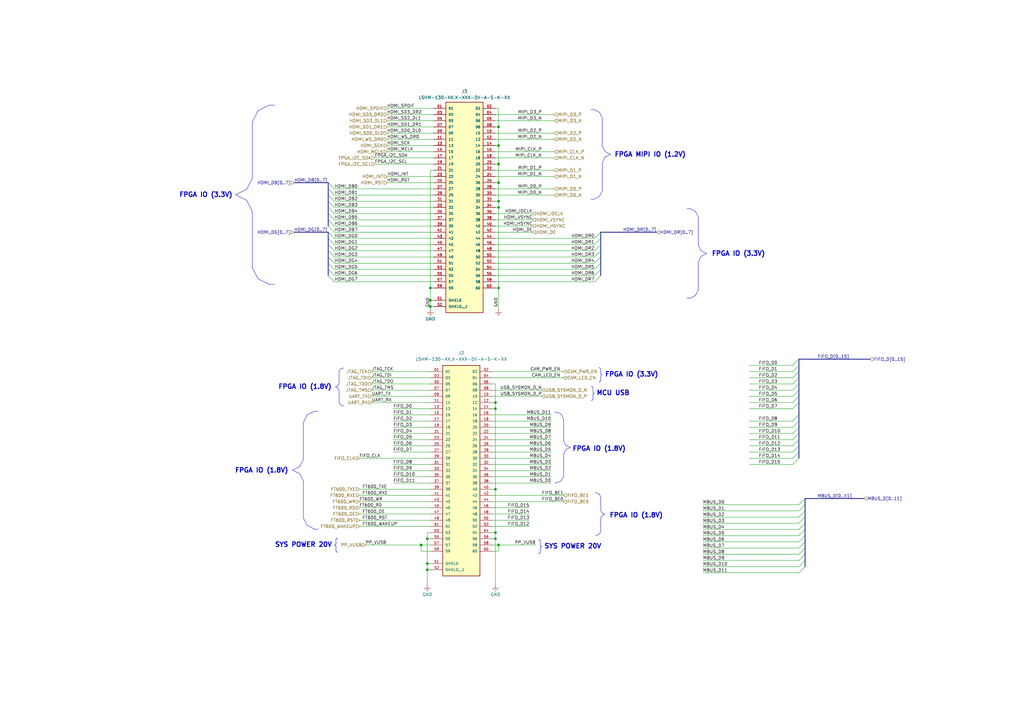
<source format=kicad_sch>
(kicad_sch (version 20250114) (generator "eeschema") (generator_version "9.0")
  (paper "A3")
  (title_block (title "Board to Board Connectors") (date "2025-02-18") (rev "3.0") (company "Drexel University") (comment 1 "Designed by John Hofmeyr"))
  (lib_symbols
    (symbol "IO_Module:LSHM-130-XX.X-XXX-DV-A-S-K-XX" (pin_names (offset 1.016))
      (property "Reference" "J" (at -7.62 43.942 0))
      (property "Value" "LSHM-130-XX.X-XXX-DV-A-S-K-XX" (at -7.62 -45.72 0))
      (symbol "LSHM-130-XX.X-XXX-DV-A-S-K-XX_0_0"
        (rectangle (start -7.62 -43.18) (end 7.62 43.18) (stroke (width 0.254)) (fill (type background)))
        (pin passive line (at -12.7 40.64 0) (length 5.08) (name "01") (number "01"))
        (pin passive line (at -12.7 38.1 0) (length 5.08) (name "03") (number "03"))
        (pin passive line (at -12.7 35.56 0) (length 5.08) (name "05") (number "05"))
        (pin passive line (at -12.7 33.02 0) (length 5.08) (name "07") (number "07"))
        (pin passive line (at -12.7 30.48 0) (length 5.08) (name "09") (number "09"))
        (pin passive line (at -12.7 27.94 0) (length 5.08) (name "11") (number "11"))
        (pin passive line (at -12.7 25.4 0) (length 5.08) (name "13") (number "13"))
        (pin passive line (at -12.7 22.86 0) (length 5.08) (name "15") (number "15"))
        (pin passive line (at -12.7 20.32 0) (length 5.08) (name "17") (number "17"))
        (pin passive line (at -12.7 17.78 0) (length 5.08) (name "19") (number "19"))
        (pin passive line (at -12.7 15.24 0) (length 5.08) (name "21") (number "21"))
        (pin passive line (at -12.7 12.7 0) (length 5.08) (name "23") (number "23"))
        (pin passive line (at -12.7 10.16 0) (length 5.08) (name "25") (number "25"))
        (pin passive line (at -12.7 7.62 0) (length 5.08) (name "27") (number "27"))
        (pin passive line (at -12.7 5.08 0) (length 5.08) (name "29") (number "29"))
        (pin passive line (at -12.7 2.54 0) (length 5.08) (name "31") (number "31"))
        (pin passive line (at -12.7 0 0) (length 5.08) (name "33") (number "33"))
        (pin passive line (at -12.7 -2.54 0) (length 5.08) (name "35") (number "35"))
        (pin passive line (at -12.7 -5.08 0) (length 5.08) (name "37") (number "37"))
        (pin passive line (at -12.7 -7.62 0) (length 5.08) (name "39") (number "39"))
        (pin passive line (at -12.7 -10.16 0) (length 5.08) (name "41") (number "41"))
        (pin passive line (at -12.7 -12.7 0) (length 5.08) (name "43") (number "43"))
        (pin passive line (at -12.7 -15.24 0) (length 5.08) (name "45") (number "45"))
        (pin passive line (at -12.7 -17.78 0) (length 5.08) (name "47") (number "47"))
        (pin passive line (at -12.7 -20.32 0) (length 5.08) (name "49") (number "49"))
        (pin passive line (at -12.7 -22.86 0) (length 5.08) (name "51") (number "51"))
        (pin passive line (at -12.7 -25.4 0) (length 5.08) (name "53") (number "53"))
        (pin passive line (at -12.7 -27.94 0) (length 5.08) (name "55") (number "55"))
        (pin passive line (at -12.7 -30.48 0) (length 5.08) (name "57") (number "57"))
        (pin passive line (at -12.7 -33.02 0) (length 5.08) (name "59") (number "59"))
        (pin passive line (at -12.7 -38.1 0) (length 5.08) (name "SHIELD") (number "S1"))
        (pin passive line (at -12.7 -40.64 0) (length 5.08) (name "SHIELD__1") (number "S2"))
        (pin passive line (at 12.7 40.64 180) (length 5.08) (name "02") (number "02"))
        (pin passive line (at 12.7 38.1 180) (length 5.08) (name "04") (number "04"))
        (pin passive line (at 12.7 35.56 180) (length 5.08) (name "06") (number "06"))
        (pin passive line (at 12.7 33.02 180) (length 5.08) (name "08") (number "08"))
        (pin passive line (at 12.7 30.48 180) (length 5.08) (name "10") (number "10"))
        (pin passive line (at 12.7 27.94 180) (length 5.08) (name "12") (number "12"))
        (pin passive line (at 12.7 25.4 180) (length 5.08) (name "14") (number "14"))
        (pin passive line (at 12.7 22.86 180) (length 5.08) (name "16") (number "16"))
        (pin passive line (at 12.7 20.32 180) (length 5.08) (name "18") (number "18"))
        (pin passive line (at 12.7 17.78 180) (length 5.08) (name "20") (number "20"))
        (pin passive line (at 12.7 15.24 180) (length 5.08) (name "22") (number "22"))
        (pin passive line (at 12.7 12.7 180) (length 5.08) (name "24") (number "24"))
        (pin passive line (at 12.7 10.16 180) (length 5.08) (name "26") (number "26"))
        (pin passive line (at 12.7 7.62 180) (length 5.08) (name "28") (number "28"))
        (pin passive line (at 12.7 5.08 180) (length 5.08) (name "30") (number "30"))
        (pin passive line (at 12.7 2.54 180) (length 5.08) (name "32") (number "32"))
        (pin passive line (at 12.7 0 180) (length 5.08) (name "34") (number "34"))
        (pin passive line (at 12.7 -2.54 180) (length 5.08) (name "36") (number "36"))
        (pin passive line (at 12.7 -5.08 180) (length 5.08) (name "38") (number "38"))
        (pin passive line (at 12.7 -7.62 180) (length 5.08) (name "40") (number "40"))
        (pin passive line (at 12.7 -10.16 180) (length 5.08) (name "42") (number "42"))
        (pin passive line (at 12.7 -12.7 180) (length 5.08) (name "44") (number "44"))
        (pin passive line (at 12.7 -15.24 180) (length 5.08) (name "46") (number "46"))
        (pin passive line (at 12.7 -17.78 180) (length 5.08) (name "48") (number "48"))
        (pin passive line (at 12.7 -20.32 180) (length 5.08) (name "50") (number "50"))
        (pin passive line (at 12.7 -22.86 180) (length 5.08) (name "52") (number "52"))
        (pin passive line (at 12.7 -25.4 180) (length 5.08) (name "54") (number "54"))
        (pin passive line (at 12.7 -27.94 180) (length 5.08) (name "56") (number "56"))
        (pin passive line (at 12.7 -30.48 180) (length 5.08) (name "58") (number "58"))
        (pin passive line (at 12.7 -33.02 180) (length 5.08) (name "60") (number "60"))
      )
    )
    (symbol "power:GND" (power) (pin_numbers (hide yes)) (pin_names (offset 0) (hide yes))
      (property "Value" "GND" (at 0 -3.81 0))
      (symbol "GND_0_1"
        (polyline (pts (xy -0.635 -1.905) (xy 0.635 -1.905)))
        (polyline (pts (xy -0.127 -2.54) (xy 0.127 -2.54)))
        (polyline (pts (xy 0 -1.27) (xy 0 0)))
        (polyline (pts (xy 1.27 -1.27) (xy -1.27 -1.27)))
      )
      (symbol "GND_1_1"
        (pin power_in line (at 0 0 270) (length 0) (name "~") (number "1"))
      )
    )
  )
  (text "}" (at 243.205 161.29 0) (effects (font (size 3.81 3.81))))
  (text "{\n" (at 103.505 76.2 0) (effects (font (size 48.26 48.26))))
  (text "{" (at 137.795 223.52 0) (effects (font (size 3.81 3.81))))
  (text "}" (at 221.615 224.155 0) (effects (font (size 3.81 3.81))))
  (text "}" (at 286.385 102.235 0) (effects (font (size 24.13 24.13))))
  (text "{\n" (at 124.46 190.5 0) (effects (font (size 31.75 31.75))))
  (text "FPGA IO (1.8V)" (at 260.985 211.455 0) (effects (font (size 1.905 1.905) (bold yes))))
  (text "FPGA IO (1.8V)" (at 107.315 193.04 0) (effects (font (size 1.905 1.905) (bold yes))))
  (text "FPGA IO (3.3V)" (at 302.895 104.14 0) (effects (font (size 1.905 1.905) (bold yes))))
  (text "FPGA IO (3.3V)" (at 259.08 153.67 0) (effects (font (size 1.905 1.905) (bold yes))))
  (text "}" (at 246.38 210.185 0) (effects (font (size 11.43 11.43))))
  (text "}" (at 247.015 61.595 0) (effects (font (size 24.13 24.13))))
  (text "}" (at 246.38 153.67 0) (effects (font (size 3.81 3.81))))
  (text "FPGA IO (1.8V)" (at 125.095 158.75 0) (effects (font (size 1.905 1.905) (bold yes))))
  (text "SYS POWER 20V" (at 124.46 223.52 0) (effects (font (size 1.905 1.905) (bold yes))))
  (text "{\n" (at 139.065 158.115 0) (effects (font (size 10.16 10.16))))
  (text "}" (at 231.14 182.245 0) (effects (font (size 19.05 19.05))))
  (text "FPGA IO (3.3V)" (at 84.455 80.01 0) (effects (font (size 1.905 1.905) (bold yes))))
  (text "FPGA MIPI IO (1.2V)" (at 266.7 63.5 0) (effects (font (size 1.905 1.905) (bold yes))))
  (text "MCU USB" (at 251.46 161.29 0) (effects (font (size 1.905 1.905) (bold yes))))
  (text "SYS POWER 20V" (at 234.95 224.155 0) (effects (font (size 1.905 1.905) (bold yes))))
  (text "FPGA IO (1.8V)" (at 245.745 184.15 0) (effects (font (size 1.905 1.905) (bold yes))))
  (junction (at 204.47 74.93))
  (junction (at 204.47 67.31))
  (junction (at 175.26 233.68))
  (junction (at 203.2 165.1))
  (junction (at 204.47 52.07))
  (junction (at 203.2 167.64))
  (junction (at 204.47 223.52))
  (junction (at 204.47 85.09))
  (junction (at 176.53 125.73))
  (junction (at 204.47 82.55))
  (junction (at 203.2 220.98))
  (junction (at 204.47 118.11))
  (junction (at 203.2 200.66))
  (junction (at 175.26 231.14))
  (junction (at 172.72 223.52))
  (junction (at 176.53 118.11))
  (junction (at 203.2 218.44))
  (junction (at 204.47 59.69))
  (junction (at 176.53 123.19))
  (junction (at 175.26 220.98))
  (bus_entry (at 246.38 105.41) (size -2.54 2.54))
  (bus_entry (at 134.62 92.71) (size 2.54 2.54))
  (bus_entry (at 325.12 165.1) (size 2.54 -2.54))
  (bus_entry (at 325.12 185.42) (size 2.54 -2.54))
  (bus_entry (at 327.66 217.17) (size 2.54 -2.54))
  (bus_entry (at 325.12 177.8) (size 2.54 -2.54))
  (bus_entry (at 246.38 113.03) (size -2.54 2.54))
  (bus_entry (at 134.62 82.55) (size 2.54 2.54))
  (bus_entry (at 325.12 167.64) (size 2.54 -2.54))
  (bus_entry (at 327.66 219.71) (size 2.54 -2.54))
  (bus_entry (at 246.38 107.95) (size -2.54 2.54))
  (bus_entry (at 134.62 77.47) (size 2.54 2.54))
  (bus_entry (at 134.62 102.87) (size 2.54 2.54))
  (bus_entry (at 134.62 95.25) (size 2.54 2.54))
  (bus_entry (at 327.66 234.95) (size 2.54 -2.54))
  (bus_entry (at 246.38 95.25) (size -2.54 2.54))
  (bus_entry (at 325.12 162.56) (size 2.54 -2.54))
  (bus_entry (at 327.66 222.25) (size 2.54 -2.54))
  (bus_entry (at 327.66 214.63) (size 2.54 -2.54))
  (bus_entry (at 134.62 97.79) (size 2.54 2.54))
  (bus_entry (at 134.62 74.93) (size 2.54 2.54))
  (bus_entry (at 327.66 227.33) (size 2.54 -2.54))
  (bus_entry (at 134.62 100.33) (size 2.54 2.54))
  (bus_entry (at 325.12 160.02) (size 2.54 -2.54))
  (bus_entry (at 325.12 187.96) (size 2.54 -2.54))
  (bus_entry (at 134.62 90.17) (size 2.54 2.54))
  (bus_entry (at 134.62 85.09) (size 2.54 2.54))
  (bus_entry (at 134.62 110.49) (size 2.54 2.54))
  (bus_entry (at 325.12 190.5) (size 2.54 -2.54))
  (bus_entry (at 134.62 80.01) (size 2.54 2.54))
  (bus_entry (at 246.38 102.87) (size -2.54 2.54))
  (bus_entry (at 325.12 154.94) (size 2.54 -2.54))
  (bus_entry (at 325.12 157.48) (size 2.54 -2.54))
  (bus_entry (at 325.12 149.86) (size 2.54 -2.54))
  (bus_entry (at 134.62 87.63) (size 2.54 2.54))
  (bus_entry (at 246.38 100.33) (size -2.54 2.54))
  (bus_entry (at 325.12 182.88) (size 2.54 -2.54))
  (bus_entry (at 325.12 180.34) (size 2.54 -2.54))
  (bus_entry (at 246.38 97.79) (size -2.54 2.54))
  (bus_entry (at 246.38 110.49) (size -2.54 2.54))
  (bus_entry (at 134.62 113.03) (size 2.54 2.54))
  (bus_entry (at 327.66 224.79) (size 2.54 -2.54))
  (bus_entry (at 327.66 229.87) (size 2.54 -2.54))
  (bus_entry (at 325.12 175.26) (size 2.54 -2.54))
  (bus_entry (at 327.66 212.09) (size 2.54 -2.54))
  (bus_entry (at 325.12 172.72) (size 2.54 -2.54))
  (bus_entry (at 325.12 152.4) (size 2.54 -2.54))
  (bus_entry (at 327.66 232.41) (size 2.54 -2.54))
  (bus_entry (at 134.62 105.41) (size 2.54 2.54))
  (bus_entry (at 134.62 107.95) (size 2.54 2.54))
  (bus_entry (at 327.66 207.01) (size 2.54 -2.54))
  (bus_entry (at 327.66 209.55) (size 2.54 -2.54))
  (bus (pts (xy 327.66 149.86) (xy 327.66 147.32)))
  (wire (pts (xy 203.2 220.98) (xy 203.2 240.03)))
  (wire (pts (xy 161.29 172.72) (xy 176.53 172.72)))
  (wire (pts (xy 307.34 165.1) (xy 325.12 165.1)))
  (wire (pts (xy 176.53 205.74) (xy 147.32 205.74)))
  (wire (pts (xy 161.29 175.26) (xy 176.53 175.26)))
  (wire (pts (xy 201.93 226.06) (xy 204.47 226.06)))
  (wire (pts (xy 231.14 152.4) (xy 201.93 152.4)))
  (bus (pts (xy 330.2 224.79) (xy 330.2 222.25)))
  (wire (pts (xy 204.47 74.93) (xy 204.47 82.55)))
  (bus (pts (xy 330.2 214.63) (xy 330.2 212.09)))
  (wire (pts (xy 203.2 67.31) (xy 204.47 67.31)))
  (wire (pts (xy 203.2 54.61) (xy 227.33 54.61)))
  (wire (pts (xy 172.72 223.52) (xy 176.53 223.52)))
  (bus (pts (xy 134.62 100.33) (xy 134.62 97.79)))
  (wire (pts (xy 137.16 90.17) (xy 177.8 90.17)))
  (bus (pts (xy 246.38 102.87) (xy 246.38 100.33)))
  (bus (pts (xy 327.66 172.72) (xy 327.66 170.18)))
  (wire (pts (xy 203.2 218.44) (xy 203.2 220.98)))
  (wire (pts (xy 243.84 107.95) (xy 203.2 107.95)))
  (wire (pts (xy 147.32 203.2) (xy 176.53 203.2)))
  (wire (pts (xy 158.75 74.93) (xy 177.8 74.93)))
  (wire (pts (xy 243.84 105.41) (xy 203.2 105.41)))
  (wire (pts (xy 201.93 165.1) (xy 203.2 165.1)))
  (wire (pts (xy 201.93 162.56) (xy 222.25 162.56)))
  (wire (pts (xy 203.2 157.48) (xy 203.2 165.1)))
  (wire (pts (xy 231.14 203.2) (xy 201.93 203.2)))
  (wire (pts (xy 203.2 69.85) (xy 227.33 69.85)))
  (wire (pts (xy 161.29 177.8) (xy 176.53 177.8)))
  (wire (pts (xy 203.2 64.77) (xy 227.33 64.77)))
  (wire (pts (xy 203.2 80.01) (xy 227.33 80.01)))
  (wire (pts (xy 307.34 190.5) (xy 325.12 190.5)))
  (bus (pts (xy 246.38 97.79) (xy 246.38 95.25)))
  (wire (pts (xy 203.2 52.07) (xy 204.47 52.07)))
  (wire (pts (xy 307.34 187.96) (xy 325.12 187.96)))
  (wire (pts (xy 201.93 170.18) (xy 226.06 170.18)))
  (wire (pts (xy 218.44 92.71) (xy 203.2 92.71)))
  (wire (pts (xy 137.16 100.33) (xy 177.8 100.33)))
  (wire (pts (xy 226.06 182.88) (xy 201.93 182.88)))
  (wire (pts (xy 307.34 185.42) (xy 325.12 185.42)))
  (wire (pts (xy 203.2 77.47) (xy 227.33 77.47)))
  (wire (pts (xy 203.2 49.53) (xy 227.33 49.53)))
  (wire (pts (xy 137.16 95.25) (xy 177.8 95.25)))
  (bus (pts (xy 330.2 219.71) (xy 330.2 217.17)))
  (bus (pts (xy 134.62 102.87) (xy 134.62 100.33)))
  (wire (pts (xy 147.32 200.66) (xy 176.53 200.66)))
  (wire (pts (xy 147.32 215.9) (xy 176.53 215.9)))
  (bus (pts (xy 246.38 110.49) (xy 246.38 107.95)))
  (bus (pts (xy 327.66 152.4) (xy 327.66 149.86)))
  (wire (pts (xy 176.53 190.5) (xy 161.29 190.5)))
  (wire (pts (xy 288.29 212.09) (xy 327.66 212.09)))
  (wire (pts (xy 152.4 154.94) (xy 176.53 154.94)))
  (wire (pts (xy 201.93 210.82) (xy 217.17 210.82)))
  (wire (pts (xy 201.93 172.72) (xy 226.06 172.72)))
  (bus (pts (xy 134.62 105.41) (xy 134.62 102.87)))
  (wire (pts (xy 201.93 200.66) (xy 203.2 200.66)))
  (bus (pts (xy 330.2 207.01) (xy 330.2 204.47)))
  (bus (pts (xy 246.38 107.95) (xy 246.38 105.41)))
  (wire (pts (xy 288.29 227.33) (xy 327.66 227.33)))
  (wire (pts (xy 204.47 226.06) (xy 204.47 223.52)))
  (wire (pts (xy 307.34 167.64) (xy 325.12 167.64)))
  (bus (pts (xy 330.2 229.87) (xy 330.2 227.33)))
  (wire (pts (xy 307.34 180.34) (xy 325.12 180.34)))
  (bus (pts (xy 134.62 107.95) (xy 134.62 105.41)))
  (wire (pts (xy 226.06 190.5) (xy 201.93 190.5)))
  (bus (pts (xy 327.66 175.26) (xy 327.66 172.72)))
  (wire (pts (xy 201.93 177.8) (xy 226.06 177.8)))
  (wire (pts (xy 243.84 113.03) (xy 203.2 113.03)))
  (wire (pts (xy 137.16 105.41) (xy 177.8 105.41)))
  (bus (pts (xy 246.38 100.33) (xy 246.38 97.79)))
  (bus (pts (xy 327.66 180.34) (xy 327.66 177.8)))
  (wire (pts (xy 152.4 165.1) (xy 176.53 165.1)))
  (wire (pts (xy 307.34 154.94) (xy 325.12 154.94)))
  (wire (pts (xy 137.16 92.71) (xy 177.8 92.71)))
  (wire (pts (xy 204.47 67.31) (xy 204.47 74.93)))
  (wire (pts (xy 175.26 231.14) (xy 175.26 220.98)))
  (wire (pts (xy 161.29 180.34) (xy 176.53 180.34)))
  (wire (pts (xy 288.29 207.01) (xy 327.66 207.01)))
  (wire (pts (xy 175.26 233.68) (xy 176.53 233.68)))
  (bus (pts (xy 246.38 113.03) (xy 246.38 110.49)))
  (wire (pts (xy 137.16 87.63) (xy 177.8 87.63)))
  (wire (pts (xy 176.53 123.19) (xy 176.53 125.73)))
  (wire (pts (xy 158.75 59.69) (xy 177.8 59.69)))
  (wire (pts (xy 201.93 223.52) (xy 204.47 223.52)))
  (bus (pts (xy 134.62 97.79) (xy 134.62 95.25)))
  (wire (pts (xy 204.47 44.45) (xy 204.47 52.07)))
  (wire (pts (xy 175.26 233.68) (xy 175.26 240.03)))
  (wire (pts (xy 243.84 102.87) (xy 203.2 102.87)))
  (bus (pts (xy 134.62 82.55) (xy 134.62 80.01)))
  (wire (pts (xy 243.84 115.57) (xy 203.2 115.57)))
  (wire (pts (xy 307.34 175.26) (xy 325.12 175.26)))
  (bus (pts (xy 120.65 95.25) (xy 134.62 95.25)))
  (wire (pts (xy 231.14 154.94) (xy 201.93 154.94)))
  (wire (pts (xy 175.26 220.98) (xy 176.53 220.98)))
  (bus (pts (xy 330.2 232.41) (xy 330.2 229.87)))
  (wire (pts (xy 203.2 74.93) (xy 204.47 74.93)))
  (wire (pts (xy 307.34 149.86) (xy 325.12 149.86)))
  (wire (pts (xy 201.93 175.26) (xy 226.06 175.26)))
  (bus (pts (xy 327.66 170.18) (xy 327.66 165.1)))
  (bus (pts (xy 327.66 185.42) (xy 327.66 182.88)))
  (wire (pts (xy 176.53 118.11) (xy 177.8 118.11)))
  (bus (pts (xy 269.24 95.25) (xy 246.38 95.25)))
  (bus (pts (xy 134.62 80.01) (xy 134.62 77.47)))
  (wire (pts (xy 201.93 213.36) (xy 217.17 213.36)))
  (wire (pts (xy 288.29 224.79) (xy 327.66 224.79)))
  (wire (pts (xy 152.4 152.4) (xy 176.53 152.4)))
  (wire (pts (xy 307.34 160.02) (xy 325.12 160.02)))
  (bus (pts (xy 120.65 74.93) (xy 134.62 74.93)))
  (wire (pts (xy 204.47 52.07) (xy 204.47 59.69)))
  (wire (pts (xy 161.29 182.88) (xy 176.53 182.88)))
  (wire (pts (xy 203.2 59.69) (xy 204.47 59.69)))
  (wire (pts (xy 307.34 152.4) (xy 325.12 152.4)))
  (wire (pts (xy 204.47 85.09) (xy 204.47 118.11)))
  (wire (pts (xy 226.06 193.04) (xy 201.93 193.04)))
  (wire (pts (xy 203.2 87.63) (xy 218.44 87.63)))
  (bus (pts (xy 134.62 87.63) (xy 134.62 85.09)))
  (wire (pts (xy 158.75 62.23) (xy 177.8 62.23)))
  (wire (pts (xy 203.2 57.15) (xy 227.33 57.15)))
  (wire (pts (xy 201.93 208.28) (xy 217.17 208.28)))
  (wire (pts (xy 204.47 82.55) (xy 204.47 85.09)))
  (wire (pts (xy 288.29 222.25) (xy 327.66 222.25)))
  (bus (pts (xy 134.62 77.47) (xy 134.62 74.93)))
  (wire (pts (xy 204.47 44.45) (xy 203.2 44.45)))
  (wire (pts (xy 137.16 107.95) (xy 177.8 107.95)))
  (bus (pts (xy 134.62 92.71) (xy 134.62 90.17)))
  (wire (pts (xy 231.14 205.74) (xy 201.93 205.74)))
  (bus (pts (xy 330.2 217.17) (xy 330.2 214.63)))
  (wire (pts (xy 176.53 125.73) (xy 176.53 127)))
  (wire (pts (xy 147.32 213.36) (xy 176.53 213.36)))
  (bus (pts (xy 330.2 209.55) (xy 330.2 207.01)))
  (wire (pts (xy 137.16 97.79) (xy 177.8 97.79)))
  (bus (pts (xy 246.38 105.41) (xy 246.38 102.87)))
  (wire (pts (xy 226.06 180.34) (xy 201.93 180.34)))
  (wire (pts (xy 288.29 234.95) (xy 327.66 234.95)))
  (wire (pts (xy 203.2 46.99) (xy 227.33 46.99)))
  (wire (pts (xy 158.75 52.07) (xy 177.8 52.07)))
  (wire (pts (xy 201.93 220.98) (xy 203.2 220.98)))
  (wire (pts (xy 158.75 57.15) (xy 177.8 57.15)))
  (wire (pts (xy 158.75 72.39) (xy 177.8 72.39)))
  (wire (pts (xy 176.53 123.19) (xy 177.8 123.19)))
  (wire (pts (xy 201.93 167.64) (xy 203.2 167.64)))
  (wire (pts (xy 243.84 97.79) (xy 203.2 97.79)))
  (wire (pts (xy 203.2 62.23) (xy 227.33 62.23)))
  (wire (pts (xy 137.16 102.87) (xy 177.8 102.87)))
  (bus (pts (xy 327.66 165.1) (xy 327.66 162.56)))
  (wire (pts (xy 243.84 110.49) (xy 203.2 110.49)))
  (wire (pts (xy 203.2 72.39) (xy 227.33 72.39)))
  (wire (pts (xy 172.72 226.06) (xy 176.53 226.06)))
  (wire (pts (xy 307.34 157.48) (xy 325.12 157.48)))
  (wire (pts (xy 137.16 115.57) (xy 177.8 115.57)))
  (wire (pts (xy 175.26 220.98) (xy 175.26 218.44)))
  (bus (pts (xy 330.2 222.25) (xy 330.2 219.71)))
  (wire (pts (xy 158.75 44.45) (xy 177.8 44.45)))
  (wire (pts (xy 175.26 233.68) (xy 175.26 231.14)))
  (wire (pts (xy 137.16 110.49) (xy 177.8 110.49)))
  (wire (pts (xy 152.4 157.48) (xy 176.53 157.48)))
  (bus (pts (xy 330.2 212.09) (xy 330.2 209.55)))
  (bus (pts (xy 327.66 154.94) (xy 327.66 152.4)))
  (wire (pts (xy 288.29 232.41) (xy 327.66 232.41)))
  (wire (pts (xy 158.75 54.61) (xy 177.8 54.61)))
  (bus (pts (xy 327.66 160.02) (xy 327.66 157.48)))
  (wire (pts (xy 137.16 85.09) (xy 177.8 85.09)))
  (wire (pts (xy 226.06 185.42) (xy 201.93 185.42)))
  (wire (pts (xy 204.47 118.11) (xy 204.47 127)))
  (bus (pts (xy 330.2 227.33) (xy 330.2 224.79)))
  (wire (pts (xy 226.06 198.12) (xy 201.93 198.12)))
  (bus (pts (xy 327.66 162.56) (xy 327.66 160.02)))
  (wire (pts (xy 147.32 187.96) (xy 176.53 187.96)))
  (bus (pts (xy 134.62 85.09) (xy 134.62 82.55)))
  (wire (pts (xy 176.53 195.58) (xy 161.29 195.58)))
  (wire (pts (xy 226.06 195.58) (xy 201.93 195.58)))
  (wire (pts (xy 149.86 223.52) (xy 172.72 223.52)))
  (wire (pts (xy 158.75 49.53) (xy 177.8 49.53)))
  (wire (pts (xy 204.47 59.69) (xy 204.47 67.31)))
  (wire (pts (xy 176.53 125.73) (xy 177.8 125.73)))
  (bus (pts (xy 327.66 147.32) (xy 356.87 147.32)))
  (bus (pts (xy 134.62 90.17) (xy 134.62 87.63)))
  (wire (pts (xy 137.16 80.01) (xy 177.8 80.01)))
  (wire (pts (xy 203.2 82.55) (xy 204.47 82.55)))
  (wire (pts (xy 176.53 198.12) (xy 161.29 198.12)))
  (wire (pts (xy 152.4 162.56) (xy 176.53 162.56)))
  (bus (pts (xy 327.66 157.48) (xy 327.66 154.94)))
  (wire (pts (xy 152.4 160.02) (xy 176.53 160.02)))
  (bus (pts (xy 327.66 177.8) (xy 327.66 175.26)))
  (wire (pts (xy 288.29 229.87) (xy 327.66 229.87)))
  (wire (pts (xy 161.29 185.42) (xy 176.53 185.42)))
  (wire (pts (xy 176.53 69.85) (xy 177.8 69.85)))
  (wire (pts (xy 158.75 46.99) (xy 177.8 46.99)))
  (wire (pts (xy 161.29 170.18) (xy 176.53 170.18)))
  (wire (pts (xy 243.84 100.33) (xy 203.2 100.33)))
  (wire (pts (xy 288.29 209.55) (xy 327.66 209.55)))
  (wire (pts (xy 161.29 167.64) (xy 176.53 167.64)))
  (wire (pts (xy 203.2 85.09) (xy 204.47 85.09)))
  (bus (pts (xy 327.66 187.96) (xy 327.66 185.42)))
  (wire (pts (xy 288.29 219.71) (xy 327.66 219.71)))
  (wire (pts (xy 203.2 200.66) (xy 203.2 218.44)))
  (wire (pts (xy 201.93 215.9) (xy 217.17 215.9)))
  (wire (pts (xy 172.72 226.06) (xy 172.72 223.52)))
  (wire (pts (xy 176.53 69.85) (xy 176.53 118.11)))
  (wire (pts (xy 203.2 165.1) (xy 203.2 167.64)))
  (wire (pts (xy 153.67 64.77) (xy 177.8 64.77)))
  (wire (pts (xy 201.93 218.44) (xy 203.2 218.44)))
  (wire (pts (xy 288.29 217.17) (xy 327.66 217.17)))
  (wire (pts (xy 137.16 82.55) (xy 177.8 82.55)))
  (wire (pts (xy 307.34 162.56) (xy 325.12 162.56)))
  (bus (pts (xy 327.66 182.88) (xy 327.66 180.34)))
  (wire (pts (xy 175.26 218.44) (xy 176.53 218.44)))
  (wire (pts (xy 175.26 231.14) (xy 176.53 231.14)))
  (wire (pts (xy 307.34 182.88) (xy 325.12 182.88)))
  (wire (pts (xy 137.16 77.47) (xy 177.8 77.47)))
  (wire (pts (xy 176.53 193.04) (xy 161.29 193.04)))
  (bus (pts (xy 134.62 113.03) (xy 134.62 110.49)))
  (wire (pts (xy 153.67 67.31) (xy 177.8 67.31)))
  (wire (pts (xy 218.44 90.17) (xy 203.2 90.17)))
  (wire (pts (xy 137.16 113.03) (xy 177.8 113.03)))
  (wire (pts (xy 176.53 118.11) (xy 176.53 123.19)))
  (wire (pts (xy 201.93 160.02) (xy 222.25 160.02)))
  (bus (pts (xy 330.2 204.47) (xy 354.33 204.47)))
  (wire (pts (xy 201.93 157.48) (xy 203.2 157.48)))
  (bus (pts (xy 134.62 110.49) (xy 134.62 107.95)))
  (wire (pts (xy 203.2 167.64) (xy 203.2 200.66)))
  (wire (pts (xy 204.47 223.52) (xy 219.71 223.52)))
  (wire (pts (xy 147.32 210.82) (xy 176.53 210.82)))
  (wire (pts (xy 176.53 208.28) (xy 147.32 208.28)))
  (wire (pts (xy 218.44 95.25) (xy 203.2 95.25)))
  (wire (pts (xy 226.06 187.96) (xy 201.93 187.96)))
  (wire (pts (xy 307.34 172.72) (xy 325.12 172.72)))
  (wire (pts (xy 288.29 214.63) (xy 327.66 214.63)))
  (wire (pts (xy 307.34 177.8) (xy 325.12 177.8)))
  (wire (pts (xy 203.2 118.11) (xy 204.47 118.11)))
  (label "FT600_RXE" (at 148.59 203.2 0))
  (label "HDMI_RST" (at 158.75 74.93 0))
  (label "FIFO_BE0" (at 231.14 205.74 180))
  (label "HDMI_DB5" (at 137.16 90.17 0))
  (label "MBUS_D8" (at 288.29 227.33 0))
  (label "HDMI_DG1" (at 137.16 100.33 0))
  (label "FIFO_D10" (at 311.15 177.8 0))
  (label "FPGA_I2C_SCL" (at 153.67 67.31 0))
  (label "JTAG_TDI" (at 152.4 154.94 0))
  (label "JTAG_TCK" (at 152.4 152.4 0))
  (label "MIPI_D3_P" (at 222.25 46.99 180))
  (label "GND" (at 204.47 121.92 270))
  (label "MBUS_D1" (at 226.06 195.58 180))
  (label "MBUS_D4" (at 226.06 187.96 180))
  (label "HDMI_DR1" (at 243.84 100.33 180))
  (label "FIFO_D9" (at 311.15 175.26 0))
  (label "PP_VUSB" (at 219.71 223.52 180))
  (label "MIPI_D1_P" (at 222.25 69.85 180))
  (label "HDMI_DB[0..7]" (at 120.65 74.93 0))
  (label "HDMI_DG[0..7]" (at 120.65 95.25 0))
  (label "MBUS_D6" (at 226.06 182.88 180))
  (label "USB_SYSMON_D_P" (at 222.25 162.56 180))
  (label "HDMI_VSYNC" (at 218.44 90.17 180))
  (label "HDMI_DG4" (at 137.16 107.95 0))
  (label "FIFO_D3" (at 161.29 175.26 0))
  (label "FIFO_D0" (at 161.29 167.64 0))
  (label "HDMI_SD0_DL0" (at 158.75 54.61 0))
  (label "HDMI_DG7" (at 137.16 115.57 0))
  (label "HDMI_SD1_DR1" (at 158.75 52.07 0))
  (label "MBUS_D5" (at 288.29 219.71 0))
  (label "HDMI_DG0" (at 137.16 97.79 0))
  (label "MBUS_D0" (at 226.06 198.12 180))
  (label "PP_VUSB" (at 149.86 223.52 0))
  (label "HDMI_DR5" (at 243.84 110.49 180))
  (label "JTAG_TMS" (at 152.4 160.02 0))
  (label "FIFO_D12" (at 311.15 182.88 0))
  (label "FIFO_D5" (at 161.29 180.34 0))
  (label "MBUS_D0" (at 288.29 207.01 0))
  (label "MBUS_D7" (at 226.06 180.34 180))
  (label "MBUS_D9" (at 288.29 229.87 0))
  (label "HDMI_MCLK" (at 158.75 62.23 0))
  (label "HDMI_WS_DR0" (at 158.75 57.15 0))
  (label "MBUS_D9" (at 226.06 175.26 180))
  (label "FIFO_BE1" (at 231.14 203.2 180))
  (label "MBUS_D10" (at 226.06 172.72 180))
  (label "FIFO_D2" (at 311.15 154.94 0))
  (label "FIFO_D1" (at 311.15 152.4 0))
  (label "MBUS_D11" (at 288.29 234.95 0))
  (label "HDMI_INT" (at 167.64 72.39 180))
  (label "MIPI_D0_N" (at 222.25 80.01 180))
  (label "MIPI_D2_N" (at 222.25 57.15 180))
  (label "FIFO_D4" (at 161.29 177.8 0))
  (label "MBUS_D5" (at 226.06 185.42 180))
  (label "HDMI_DE" (at 218.44 95.25 180))
  (label "FIFO_D9" (at 161.29 193.04 0))
  (label "HDMI_DR2" (at 243.84 102.87 180))
  (label "FIFO_D13" (at 311.15 185.42 0))
  (label "MBUS_D2" (at 288.29 212.09 0))
  (label "MBUS_D4" (at 288.29 217.17 0))
  (label "FIFO_D15" (at 217.17 208.28 180))
  (label "HDMI_DR[0..7]" (at 269.24 95.25 180))
  (label "USB_SYSMON_D_N" (at 222.25 160.02 180))
  (label "MIPI_D1_N" (at 222.25 72.39 180))
  (label "FPGA_I2C_SDA" (at 153.67 64.77 0))
  (label "HDMI_DB4" (at 137.16 87.63 0))
  (label "JTAG_TDO" (at 152.4 157.48 0))
  (label "FIFO_D11" (at 311.15 180.34 0))
  (label "HDMI_DR7" (at 243.84 115.57 180))
  (label "FIFO_D13" (at 217.17 213.36 180))
  (label "MBUS_D[0..11]" (at 335.28 204.47 0))
  (label "HDMI_DR4" (at 243.84 107.95 180))
  (label "FIFO_D7" (at 311.15 167.64 0))
  (label "FIFO_D14" (at 217.17 210.82 180))
  (label "FIFO_D8" (at 311.15 172.72 0))
  (label "CAM_LED_EN" (at 229.87 154.94 180))
  (label "HDMI_DB2" (at 137.16 82.55 0))
  (label "GND" (at 176.53 121.92 270))
  (label "FIFO_D8" (at 161.29 190.5 0))
  (label "MBUS_D10" (at 288.29 232.41 0))
  (label "FIFO_D7" (at 161.29 185.42 0))
  (label "FIFO_D5" (at 311.15 162.56 0))
  (label "FIFO_D[0..15]" (at 335.28 147.32 0))
  (label "MBUS_D6" (at 288.29 222.25 0))
  (label "HDMI_DB6" (at 137.16 92.71 0))
  (label "HDMI_DR0" (at 243.84 97.79 180))
  (label "MBUS_D1" (at 288.29 209.55 0))
  (label "FIFO_D4" (at 311.15 160.02 0))
  (label "HDMI_HSYNC" (at 218.44 92.71 180))
  (label "HDMI_DB0" (at 137.16 77.47 0))
  (label "FIFO_D15" (at 311.15 190.5 0))
  (label "HDMI_DG5" (at 137.16 110.49 0))
  (label "HDMI_DG6" (at 137.16 113.03 0))
  (label "HDMI_DR6" (at 243.84 113.03 180))
  (label "MBUS_D8" (at 226.06 177.8 180))
  (label "MBUS_D3" (at 226.06 190.5 180))
  (label "MBUS_D2" (at 226.06 193.04 180))
  (label "MBUS_D7" (at 288.29 224.79 0))
  (label "FIFO_D0" (at 311.15 149.86 0))
  (label "HDMI_IDCLK" (at 218.44 87.63 180))
  (label "FIFO_D1" (at 161.29 170.18 0))
  (label "FT600_OE" (at 148.59 210.82 0))
  (label "HDMI_SPDIF" (at 158.75 44.45 0))
  (label "HDMI_DB3" (at 137.16 85.09 0))
  (label "HDMI_DG3" (at 137.16 105.41 0))
  (label "FIFO_D2" (at 161.29 172.72 0))
  (label "FT600_RD" (at 147.32 208.28 0))
  (label "HDMI_SD3_DR2" (at 158.75 46.99 0))
  (label "MIPI_D0_P" (at 222.25 77.47 180))
  (label "FT600_TXE" (at 148.59 200.66 0))
  (label "MIPI_CLK_P" (at 222.25 62.23 180))
  (label "FT600_RST" (at 148.59 213.36 0))
  (label "HDMI_DG2" (at 137.16 102.87 0))
  (label "FIFO_CLK" (at 147.32 187.96 0))
  (label "FIFO_D11" (at 161.29 198.12 0))
  (label "HDMI_SCK" (at 158.75 59.69 0))
  (label "FT600_WR" (at 147.32 205.74 0))
  (label "MIPI_D2_P" (at 222.25 54.61 180))
  (label "FIFO_D10" (at 161.29 195.58 0))
  (label "FIFO_D12" (at 217.17 215.9 180))
  (label "MBUS_D3" (at 288.29 214.63 0))
  (label "FT600_WAKEUP" (at 148.59 215.9 0))
  (label "CAM_PWR_EN" (at 229.87 152.4 180))
  (label "HDMI_DB1" (at 137.16 80.01 0))
  (label "MBUS_D11" (at 226.06 170.18 180))
  (label "FIFO_D3" (at 311.15 157.48 0))
  (label "FIFO_D6" (at 311.15 165.1 0))
  (label "MIPI_D3_N" (at 222.25 49.53 180))
  (label "UART_TX" (at 152.4 162.56 0))
  (label "HDMI_DR3" (at 243.84 105.41 180))
  (label "FIFO_D14" (at 311.15 187.96 0))
  (label "FIFO_D6" (at 161.29 182.88 0))
  (label "HDMI_SD2_DL1" (at 158.75 49.53 0))
  (label "UART_RX" (at 152.4 165.1 0))
  (label "HDMI_DB7" (at 137.16 95.25 0))
  (label "MIPI_CLK_N" (at 222.25 64.77 180))
  (hierarchical_label "MIPI_D0_N" (shape input) (at 227.33 80.01 0))
  (hierarchical_label "JTAG_TCK" (shape input) (at 152.4 152.4 180))
  (hierarchical_label "UART_RX" (shape input) (at 152.4 165.1 180))
  (hierarchical_label "MIPI_D3_N" (shape input) (at 227.33 49.53 0))
  (hierarchical_label "FT600_WAKEUP" (shape input) (at 147.32 215.9 180))
  (hierarchical_label "FIFO_D[0..15]" (shape input) (at 356.87 147.32 0))
  (hierarchical_label "MIPI_CLK_N" (shape input) (at 227.33 64.77 0))
  (hierarchical_label "MIPI_D3_P" (shape input) (at 227.33 46.99 0))
  (hierarchical_label "HDMI_SD1_DR1" (shape input) (at 158.75 52.07 180))
  (hierarchical_label "MIPI_D2_N" (shape input) (at 227.33 57.15 0))
  (hierarchical_label "HDMI_DR[0..7]" (shape input) (at 269.24 95.25 0))
  (hierarchical_label "HDMI_INT" (shape input) (at 158.75 72.39 180))
  (hierarchical_label "HDMI_WS_DR0" (shape input) (at 158.75 57.15 180))
  (hierarchical_label "HDMI_IDCLK" (shape input) (at 218.44 87.63 0))
  (hierarchical_label "MIPI_D1_N" (shape input) (at 227.33 72.39 0))
  (hierarchical_label "FT600_OE" (shape input) (at 147.32 210.82 180))
  (hierarchical_label "FT600_TXE" (shape input) (at 147.32 200.66 180))
  (hierarchical_label "FPGA_I2C_SDA" (shape input) (at 153.67 64.77 180))
  (hierarchical_label "MIPI_D2_P" (shape input) (at 227.33 54.61 0))
  (hierarchical_label "FIFO_BE1" (shape input) (at 231.14 203.2 0))
  (hierarchical_label "USB_SYSMON_D_N" (shape input) (at 222.25 160.02 0))
  (hierarchical_label "HDMI_VSYNC" (shape input) (at 218.44 90.17 0))
  (hierarchical_label "HDMI_SD0_DL0" (shape input) (at 158.75 54.61 180))
  (hierarchical_label "PP_VUSB" (shape input) (at 149.86 223.52 180))
  (hierarchical_label "FPGA_I2C_SCL" (shape input) (at 153.67 67.31 180))
  (hierarchical_label "HDMI_RST" (shape input) (at 158.75 74.93 180))
  (hierarchical_label "JTAG_TDO" (shape input) (at 152.4 157.48 180))
  (hierarchical_label "USB_SYSMON_D_P" (shape input) (at 222.25 162.56 0))
  (hierarchical_label "UART_TX" (shape input) (at 152.4 162.56 180))
  (hierarchical_label "HDMI_SPDIF" (shape input) (at 158.75 44.45 180))
  (hierarchical_label "HDMI_SD2_DL1" (shape input) (at 158.75 49.53 180))
  (hierarchical_label "HDMI_DB[0..7]" (shape input) (at 120.65 74.93 180))
  (hierarchical_label "HDMI_DG[0..7]" (shape input) (at 120.65 95.25 180))
  (hierarchical_label "FIFO_CLK" (shape input) (at 147.32 187.96 180))
  (hierarchical_label "HDMI_SD3_DR2" (shape input) (at 158.75 46.99 180))
  (hierarchical_label "CAM_LED_EN" (shape input) (at 231.14 154.94 0))
  (hierarchical_label "HDMI_MCLK" (shape input) (at 158.75 62.23 180))
  (hierarchical_label "MBUS_D[0..11]" (shape input) (at 354.33 204.47 0))
  (hierarchical_label "HDMI_SCK" (shape input) (at 158.75 59.69 180))
  (hierarchical_label "MIPI_D1_P" (shape input) (at 227.33 69.85 0))
  (hierarchical_label "FT600_RST" (shape input) (at 147.32 213.36 180))
  (hierarchical_label "JTAG_TMS" (shape input) (at 152.4 160.02 180))
  (hierarchical_label "MIPI_D0_P" (shape input) (at 227.33 77.47 0))
  (hierarchical_label "MIPI_CLK_P" (shape input) (at 227.33 62.23 0))
  (hierarchical_label "HDMI_DE" (shape input) (at 218.44 95.25 0))
  (hierarchical_label "CAM_PWR_EN" (shape input) (at 231.14 152.4 0))
  (hierarchical_label "FT600_RD" (shape input) (at 147.32 208.28 180))
  (hierarchical_label "FT600_WR" (shape input) (at 147.32 205.74 180))
  (hierarchical_label "FT600_RXE" (shape input) (at 147.32 203.2 180))
  (hierarchical_label "HDMI_HSYNC" (shape input) (at 218.44 92.71 0))
  (hierarchical_label "JTAG_TDI" (shape input) (at 152.4 154.94 180))
  (hierarchical_label "FIFO_BE0" (shape input) (at 231.14 205.74 0))
  (symbol (lib_id "IO_Module:LSHM-130-XX.X-XXX-DV-A-S-K-XX") (at 190.5 85.09 0) (unit 1)
    (property "Reference" "J3" (at 190.5 37.465 0))
    (property "Value" "LSHM-130-XX.X-XXX-DV-A-S-K-XX" (at 190.5 40.005 0))
    (property "Footprint" "IO_Module:SAMTEC_LSHM-130-XX.X-XXX-DV-A-S-K-XX" (effects (hide yes)))
    (property "Datasheet" "https://mm.digikey.com/Volume0/opasdata/d220001/medias/docus/6129/lshm-1xx-xx.x-xxx-dv-a-x-x-xx-mkt.pdf" (effects (hide yes)))
    (property "PARTREV" "G" (effects (hide yes)))
    (property "STANDARD" "Manufacturer Recommendations" (effects (hide yes)))
    (property "MANUFACTURER" "Samtec" (effects (hide yes)))
  )
  (symbol (lib_id "power:GND") (at 203.2 240.03 0) (unit 1)
    (property "Reference" "#PWR0165" (effects (hide yes)))
    (property "Value" "GND" (at 203.2 243.84 0))
    (property "Description" "Power symbol creates a global label with name \"GND\" , ground" (effects (hide yes)))
  )
  (symbol (lib_id "power:GND") (at 175.26 240.03 0) (unit 1)
    (property "Reference" "#PWR0164" (effects (hide yes)))
    (property "Value" "GND" (at 175.26 243.84 0))
    (property "Description" "Power symbol creates a global label with name \"GND\" , ground" (effects (hide yes)))
  )
  (symbol (lib_id "power:GND") (at 204.47 127 0) (unit 1)
    (property "Reference" "#PWR0167" (effects (hide yes)))
    (property "Value" "GND" (effects (hide yes)))
    (property "Description" "Power symbol creates a global label with name \"GND\" , ground" (effects (hide yes)))
  )
  (symbol (lib_id "power:GND") (at 176.53 127 0) (unit 1)
    (property "Reference" "#PWR0166" (effects (hide yes)))
    (property "Value" "GND" (at 176.53 130.81 0))
    (property "Description" "Power symbol creates a global label with name \"GND\" , ground" (effects (hide yes)))
  )
  (symbol (lib_id "IO_Module:LSHM-130-XX.X-XXX-DV-A-S-K-XX") (at 189.23 193.04 0) (unit 1)
    (property "Reference" "J2" (at 189.23 144.78 0))
    (property "Value" "LSHM-130-XX.X-XXX-DV-A-S-K-XX" (at 189.23 147.32 0))
    (property "Footprint" "IO_Module:SAMTEC_LSHM-130-XX.X-XXX-DV-A-S-K-XX" (effects (hide yes)))
    (property "Datasheet" "https://mm.digikey.com/Volume0/opasdata/d220001/medias/docus/6129/lshm-1xx-xx.x-xxx-dv-a-x-x-xx-mkt.pdf" (effects (hide yes)))
    (property "PARTREV" "G" (effects (hide yes)))
    (property "STANDARD" "Manufacturer Recommendations" (effects (hide yes)))
    (property "MANUFACTURER" "Samtec" (effects (hide yes)))
  )
)
</source>
